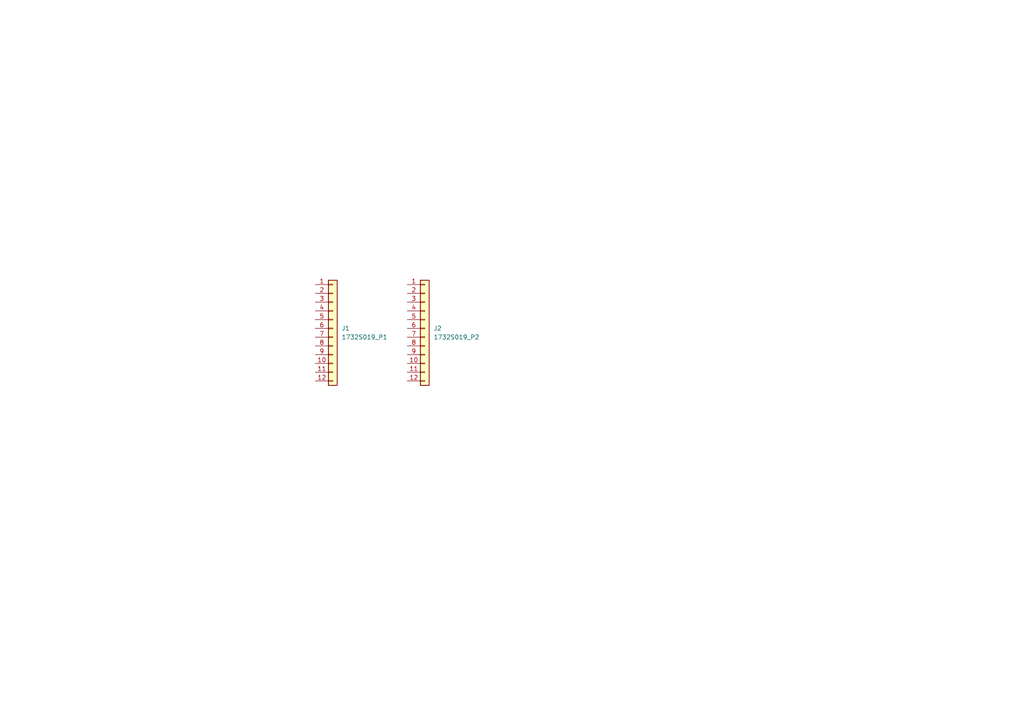
<source format=kicad_sch>
(kicad_sch
	(version 20231120)
	(generator "eeschema")
	(generator_version "8.0")
	(uuid "d54d3228-df76-4ef1-8281-e3fc48293a35")
	(paper "A4")
	(lib_symbols
		(symbol "New_Library:1732S019_P1"
			(pin_names
				(offset 1.016) hide)
			(exclude_from_sim no)
			(in_bom yes)
			(on_board yes)
			(property "Reference" "J"
				(at 0 15.24 0)
				(effects
					(font
						(size 1.27 1.27)
					)
				)
			)
			(property "Value" "1732S019_P1"
				(at 0 -17.78 0)
				(effects
					(font
						(size 1.27 1.27)
					)
				)
			)
			(property "Footprint" "Connector_PinHeader_2.54mm:PinHeader_1x12_P2.54mm_Vertical"
				(at 0 0 0)
				(effects
					(font
						(size 1.27 1.27)
					)
					(hide yes)
				)
			)
			(property "Datasheet" "~"
				(at 0 0 0)
				(effects
					(font
						(size 1.27 1.27)
					)
					(hide yes)
				)
			)
			(property "Description" "Generic connector, single row, 01x12, script generated (kicad-library-utils/schlib/autogen/connector/)"
				(at 0 0 0)
				(effects
					(font
						(size 1.27 1.27)
					)
					(hide yes)
				)
			)
			(property "ki_keywords" "connector"
				(at 0 0 0)
				(effects
					(font
						(size 1.27 1.27)
					)
					(hide yes)
				)
			)
			(property "ki_fp_filters" "Connector*:*_1x??_*"
				(at 0 0 0)
				(effects
					(font
						(size 1.27 1.27)
					)
					(hide yes)
				)
			)
			(symbol "1732S019_P1_1_1"
				(rectangle
					(start -1.27 -15.113)
					(end 0 -15.367)
					(stroke
						(width 0.1524)
						(type default)
					)
					(fill
						(type none)
					)
				)
				(rectangle
					(start -1.27 -12.573)
					(end 0 -12.827)
					(stroke
						(width 0.1524)
						(type default)
					)
					(fill
						(type none)
					)
				)
				(rectangle
					(start -1.27 -10.033)
					(end 0 -10.287)
					(stroke
						(width 0.1524)
						(type default)
					)
					(fill
						(type none)
					)
				)
				(rectangle
					(start -1.27 -7.493)
					(end 0 -7.747)
					(stroke
						(width 0.1524)
						(type default)
					)
					(fill
						(type none)
					)
				)
				(rectangle
					(start -1.27 -4.953)
					(end 0 -5.207)
					(stroke
						(width 0.1524)
						(type default)
					)
					(fill
						(type none)
					)
				)
				(rectangle
					(start -1.27 -2.413)
					(end 0 -2.667)
					(stroke
						(width 0.1524)
						(type default)
					)
					(fill
						(type none)
					)
				)
				(rectangle
					(start -1.27 0.127)
					(end 0 -0.127)
					(stroke
						(width 0.1524)
						(type default)
					)
					(fill
						(type none)
					)
				)
				(rectangle
					(start -1.27 2.667)
					(end 0 2.413)
					(stroke
						(width 0.1524)
						(type default)
					)
					(fill
						(type none)
					)
				)
				(rectangle
					(start -1.27 5.207)
					(end 0 4.953)
					(stroke
						(width 0.1524)
						(type default)
					)
					(fill
						(type none)
					)
				)
				(rectangle
					(start -1.27 7.747)
					(end 0 7.493)
					(stroke
						(width 0.1524)
						(type default)
					)
					(fill
						(type none)
					)
				)
				(rectangle
					(start -1.27 10.287)
					(end 0 10.033)
					(stroke
						(width 0.1524)
						(type default)
					)
					(fill
						(type none)
					)
				)
				(rectangle
					(start -1.27 12.827)
					(end 0 12.573)
					(stroke
						(width 0.1524)
						(type default)
					)
					(fill
						(type none)
					)
				)
				(rectangle
					(start -1.27 13.97)
					(end 1.27 -16.51)
					(stroke
						(width 0.254)
						(type default)
					)
					(fill
						(type background)
					)
				)
				(pin passive line
					(at -5.08 12.7 0)
					(length 3.81)
					(name "IO20"
						(effects
							(font
								(size 1.27 1.27)
							)
						)
					)
					(number "1"
						(effects
							(font
								(size 1.27 1.27)
							)
						)
					)
				)
				(pin passive line
					(at -5.08 -10.16 0)
					(length 3.81)
					(name "IO4"
						(effects
							(font
								(size 1.27 1.27)
							)
						)
					)
					(number "10"
						(effects
							(font
								(size 1.27 1.27)
							)
						)
					)
				)
				(pin passive line
					(at -5.08 -12.7 0)
					(length 3.81)
					(name "3V3"
						(effects
							(font
								(size 1.27 1.27)
							)
						)
					)
					(number "11"
						(effects
							(font
								(size 1.27 1.27)
							)
						)
					)
				)
				(pin passive line
					(at -5.08 -15.24 0)
					(length 3.81)
					(name "GND"
						(effects
							(font
								(size 1.27 1.27)
							)
						)
					)
					(number "12"
						(effects
							(font
								(size 1.27 1.27)
							)
						)
					)
				)
				(pin passive line
					(at -5.08 10.16 0)
					(length 3.81)
					(name "IO19"
						(effects
							(font
								(size 1.27 1.27)
							)
						)
					)
					(number "2"
						(effects
							(font
								(size 1.27 1.27)
							)
						)
					)
				)
				(pin passive line
					(at -5.08 7.62 0)
					(length 3.81)
					(name "IO18"
						(effects
							(font
								(size 1.27 1.27)
							)
						)
					)
					(number "3"
						(effects
							(font
								(size 1.27 1.27)
							)
						)
					)
				)
				(pin passive line
					(at -5.08 5.08 0)
					(length 3.81)
					(name "IO17"
						(effects
							(font
								(size 1.27 1.27)
							)
						)
					)
					(number "4"
						(effects
							(font
								(size 1.27 1.27)
							)
						)
					)
				)
				(pin passive line
					(at -5.08 2.54 0)
					(length 3.81)
					(name "IO16"
						(effects
							(font
								(size 1.27 1.27)
							)
						)
					)
					(number "5"
						(effects
							(font
								(size 1.27 1.27)
							)
						)
					)
				)
				(pin passive line
					(at -5.08 0 0)
					(length 3.81)
					(name "IO15"
						(effects
							(font
								(size 1.27 1.27)
							)
						)
					)
					(number "6"
						(effects
							(font
								(size 1.27 1.27)
							)
						)
					)
				)
				(pin passive line
					(at -5.08 -2.54 0)
					(length 3.81)
					(name "IO7"
						(effects
							(font
								(size 1.27 1.27)
							)
						)
					)
					(number "7"
						(effects
							(font
								(size 1.27 1.27)
							)
						)
					)
				)
				(pin passive line
					(at -5.08 -5.08 0)
					(length 3.81)
					(name "IO6"
						(effects
							(font
								(size 1.27 1.27)
							)
						)
					)
					(number "8"
						(effects
							(font
								(size 1.27 1.27)
							)
						)
					)
				)
				(pin passive line
					(at -5.08 -7.62 0)
					(length 3.81)
					(name "IO5"
						(effects
							(font
								(size 1.27 1.27)
							)
						)
					)
					(number "9"
						(effects
							(font
								(size 1.27 1.27)
							)
						)
					)
				)
			)
		)
		(symbol "New_Library:1732S019_P2"
			(pin_names
				(offset 1.016) hide)
			(exclude_from_sim no)
			(in_bom yes)
			(on_board yes)
			(property "Reference" "J"
				(at 0 15.24 0)
				(effects
					(font
						(size 1.27 1.27)
					)
				)
			)
			(property "Value" "1732S019_P2"
				(at 0 -17.78 0)
				(effects
					(font
						(size 1.27 1.27)
					)
				)
			)
			(property "Footprint" "Connector_PinHeader_2.54mm:PinHeader_1x12_P2.54mm_Vertical"
				(at 0 0 0)
				(effects
					(font
						(size 1.27 1.27)
					)
					(hide yes)
				)
			)
			(property "Datasheet" "~"
				(at 0 0 0)
				(effects
					(font
						(size 1.27 1.27)
					)
					(hide yes)
				)
			)
			(property "Description" "Generic connector, single row, 01x12, script generated (kicad-library-utils/schlib/autogen/connector/)"
				(at 0 0 0)
				(effects
					(font
						(size 1.27 1.27)
					)
					(hide yes)
				)
			)
			(property "ki_keywords" "connector"
				(at 0 0 0)
				(effects
					(font
						(size 1.27 1.27)
					)
					(hide yes)
				)
			)
			(property "ki_fp_filters" "Connector*:*_1x??_*"
				(at 0 0 0)
				(effects
					(font
						(size 1.27 1.27)
					)
					(hide yes)
				)
			)
			(symbol "1732S019_P2_1_1"
				(rectangle
					(start -1.27 -15.113)
					(end 0 -15.367)
					(stroke
						(width 0.1524)
						(type default)
					)
					(fill
						(type none)
					)
				)
				(rectangle
					(start -1.27 -12.573)
					(end 0 -12.827)
					(stroke
						(width 0.1524)
						(type default)
					)
					(fill
						(type none)
					)
				)
				(rectangle
					(start -1.27 -10.033)
					(end 0 -10.287)
					(stroke
						(width 0.1524)
						(type default)
					)
					(fill
						(type none)
					)
				)
				(rectangle
					(start -1.27 -7.493)
					(end 0 -7.747)
					(stroke
						(width 0.1524)
						(type default)
					)
					(fill
						(type none)
					)
				)
				(rectangle
					(start -1.27 -4.953)
					(end 0 -5.207)
					(stroke
						(width 0.1524)
						(type default)
					)
					(fill
						(type none)
					)
				)
				(rectangle
					(start -1.27 -2.413)
					(end 0 -2.667)
					(stroke
						(width 0.1524)
						(type default)
					)
					(fill
						(type none)
					)
				)
				(rectangle
					(start -1.27 0.127)
					(end 0 -0.127)
					(stroke
						(width 0.1524)
						(type default)
					)
					(fill
						(type none)
					)
				)
				(rectangle
					(start -1.27 2.667)
					(end 0 2.413)
					(stroke
						(width 0.1524)
						(type default)
					)
					(fill
						(type none)
					)
				)
				(rectangle
					(start -1.27 5.207)
					(end 0 4.953)
					(stroke
						(width 0.1524)
						(type default)
					)
					(fill
						(type none)
					)
				)
				(rectangle
					(start -1.27 7.747)
					(end 0 7.493)
					(stroke
						(width 0.1524)
						(type default)
					)
					(fill
						(type none)
					)
				)
				(rectangle
					(start -1.27 10.287)
					(end 0 10.033)
					(stroke
						(width 0.1524)
						(type default)
					)
					(fill
						(type none)
					)
				)
				(rectangle
					(start -1.27 12.827)
					(end 0 12.573)
					(stroke
						(width 0.1524)
						(type default)
					)
					(fill
						(type none)
					)
				)
				(rectangle
					(start -1.27 13.97)
					(end 1.27 -16.51)
					(stroke
						(width 0.254)
						(type default)
					)
					(fill
						(type background)
					)
				)
				(pin passive line
					(at -5.08 12.7 0)
					(length 3.81)
					(name "5V"
						(effects
							(font
								(size 1.27 1.27)
							)
						)
					)
					(number "1"
						(effects
							(font
								(size 1.27 1.27)
							)
						)
					)
				)
				(pin passive line
					(at -5.08 -10.16 0)
					(length 3.81)
					(name "IO41"
						(effects
							(font
								(size 1.27 1.27)
							)
						)
					)
					(number "10"
						(effects
							(font
								(size 1.27 1.27)
							)
						)
					)
				)
				(pin passive line
					(at -5.08 -12.7 0)
					(length 3.81)
					(name "IO42"
						(effects
							(font
								(size 1.27 1.27)
							)
						)
					)
					(number "11"
						(effects
							(font
								(size 1.27 1.27)
							)
						)
					)
				)
				(pin passive line
					(at -5.08 -15.24 0)
					(length 3.81)
					(name "IO2"
						(effects
							(font
								(size 1.27 1.27)
							)
						)
					)
					(number "12"
						(effects
							(font
								(size 1.27 1.27)
							)
						)
					)
				)
				(pin passive line
					(at -5.08 10.16 0)
					(length 3.81)
					(name "GND"
						(effects
							(font
								(size 1.27 1.27)
							)
						)
					)
					(number "2"
						(effects
							(font
								(size 1.27 1.27)
							)
						)
					)
				)
				(pin passive line
					(at -5.08 7.62 0)
					(length 3.81)
					(name "IO21"
						(effects
							(font
								(size 1.27 1.27)
							)
						)
					)
					(number "3"
						(effects
							(font
								(size 1.27 1.27)
							)
						)
					)
				)
				(pin passive line
					(at -5.08 5.08 0)
					(length 3.81)
					(name "IO47"
						(effects
							(font
								(size 1.27 1.27)
							)
						)
					)
					(number "4"
						(effects
							(font
								(size 1.27 1.27)
							)
						)
					)
				)
				(pin passive line
					(at -5.08 2.54 0)
					(length 3.81)
					(name "IO48"
						(effects
							(font
								(size 1.27 1.27)
							)
						)
					)
					(number "5"
						(effects
							(font
								(size 1.27 1.27)
							)
						)
					)
				)
				(pin passive line
					(at -5.08 0 0)
					(length 3.81)
					(name "IO45"
						(effects
							(font
								(size 1.27 1.27)
							)
						)
					)
					(number "6"
						(effects
							(font
								(size 1.27 1.27)
							)
						)
					)
				)
				(pin passive line
					(at -5.08 -2.54 0)
					(length 3.81)
					(name "IO38"
						(effects
							(font
								(size 1.27 1.27)
							)
						)
					)
					(number "7"
						(effects
							(font
								(size 1.27 1.27)
							)
						)
					)
				)
				(pin passive line
					(at -5.08 -5.08 0)
					(length 3.81)
					(name "IO39"
						(effects
							(font
								(size 1.27 1.27)
							)
						)
					)
					(number "8"
						(effects
							(font
								(size 1.27 1.27)
							)
						)
					)
				)
				(pin passive line
					(at -5.08 -7.62 0)
					(length 3.81)
					(name "IO40"
						(effects
							(font
								(size 1.27 1.27)
							)
						)
					)
					(number "9"
						(effects
							(font
								(size 1.27 1.27)
							)
						)
					)
				)
			)
		)
	)
	(symbol
		(lib_id "New_Library:1732S019_P2")
		(at 123.19 95.25 0)
		(unit 1)
		(exclude_from_sim no)
		(in_bom yes)
		(on_board yes)
		(dnp no)
		(fields_autoplaced yes)
		(uuid "35f0c778-f4d0-42e1-ba6a-863c5b5e375a")
		(property "Reference" "J2"
			(at 125.73 95.2499 0)
			(effects
				(font
					(size 1.27 1.27)
				)
				(justify left)
			)
		)
		(property "Value" "1732S019_P2"
			(at 125.73 97.7899 0)
			(effects
				(font
					(size 1.27 1.27)
				)
				(justify left)
			)
		)
		(property "Footprint" "Connector_PinHeader_2.54mm:PinHeader_1x12_P2.54mm_Vertical"
			(at 123.19 95.25 0)
			(effects
				(font
					(size 1.27 1.27)
				)
				(hide yes)
			)
		)
		(property "Datasheet" "~"
			(at 123.19 95.25 0)
			(effects
				(font
					(size 1.27 1.27)
				)
				(hide yes)
			)
		)
		(property "Description" "Generic connector, single row, 01x12, script generated (kicad-library-utils/schlib/autogen/connector/)"
			(at 123.19 95.25 0)
			(effects
				(font
					(size 1.27 1.27)
				)
				(hide yes)
			)
		)
		(pin "1"
			(uuid "e770902f-42d8-4615-b036-a34abd244c16")
		)
		(pin "2"
			(uuid "9f008fe6-b17c-4f3d-9a5a-81cfbd6d3dc9")
		)
		(pin "4"
			(uuid "3462f13c-7f00-4077-8527-01be4bd39a73")
		)
		(pin "5"
			(uuid "0860916f-08c8-4b94-ad22-fb19d4e2cbb2")
		)
		(pin "12"
			(uuid "98059450-50b2-4c28-b067-8bbceebd5903")
		)
		(pin "6"
			(uuid "c38bb78e-eb24-4d03-92bd-c2a3f9314bbd")
		)
		(pin "7"
			(uuid "b204ab86-98db-4ad9-918d-653759e267fa")
		)
		(pin "3"
			(uuid "f7be7f05-786c-490c-899b-21e9eb5074ec")
		)
		(pin "11"
			(uuid "57648185-d34d-4676-afcd-dd728397d877")
		)
		(pin "10"
			(uuid "d1050c7a-cddc-4f69-8f7b-dc06417e6246")
		)
		(pin "8"
			(uuid "c6975265-2a77-4447-8f6f-05ffd971af90")
		)
		(pin "9"
			(uuid "2a1f5ad4-ab1e-45c9-ba0d-71d0106434a6")
		)
		(instances
			(project ""
				(path "/d54d3228-df76-4ef1-8281-e3fc48293a35"
					(reference "J2")
					(unit 1)
				)
			)
		)
	)
	(symbol
		(lib_id "New_Library:1732S019_P1")
		(at 96.52 95.25 0)
		(unit 1)
		(exclude_from_sim no)
		(in_bom yes)
		(on_board yes)
		(dnp no)
		(fields_autoplaced yes)
		(uuid "d59c288b-07c9-4de2-8e0d-4ccc06d1b0fa")
		(property "Reference" "J1"
			(at 99.06 95.2499 0)
			(effects
				(font
					(size 1.27 1.27)
				)
				(justify left)
			)
		)
		(property "Value" "1732S019_P1"
			(at 99.06 97.7899 0)
			(effects
				(font
					(size 1.27 1.27)
				)
				(justify left)
			)
		)
		(property "Footprint" "Connector_PinHeader_2.54mm:PinHeader_1x12_P2.54mm_Vertical"
			(at 96.52 95.25 0)
			(effects
				(font
					(size 1.27 1.27)
				)
				(hide yes)
			)
		)
		(property "Datasheet" "~"
			(at 96.52 95.25 0)
			(effects
				(font
					(size 1.27 1.27)
				)
				(hide yes)
			)
		)
		(property "Description" "Generic connector, single row, 01x12, script generated (kicad-library-utils/schlib/autogen/connector/)"
			(at 96.52 95.25 0)
			(effects
				(font
					(size 1.27 1.27)
				)
				(hide yes)
			)
		)
		(pin "9"
			(uuid "a14c89ac-58d6-4d49-bd32-48a674ecf830")
		)
		(pin "4"
			(uuid "1a55cf6a-713f-4da0-987a-749ae9ed44a6")
		)
		(pin "6"
			(uuid "57cc72b1-5992-4ead-b43f-45eae934a995")
		)
		(pin "7"
			(uuid "106a10db-310e-4f1f-a6b8-15f3ad673063")
		)
		(pin "5"
			(uuid "e50372bf-fbed-4050-b1a8-8b9238cdce8c")
		)
		(pin "12"
			(uuid "a25874bd-53c6-4776-8492-177a24434538")
		)
		(pin "10"
			(uuid "4b429ed4-a0ce-4ba6-89ef-6b1c307c0a8f")
		)
		(pin "2"
			(uuid "2e7f14f3-b773-457f-a40f-126d6e2bc5a8")
		)
		(pin "11"
			(uuid "71af1819-c2b4-4143-ae48-f800528794eb")
		)
		(pin "1"
			(uuid "86c3e858-8f83-4252-9fd1-56a514a3f80f")
		)
		(pin "3"
			(uuid "867f3086-a3d8-42e8-b555-c84188ead6e1")
		)
		(pin "8"
			(uuid "fc113cbd-2c44-4367-aae9-f7090b6caa4b")
		)
		(instances
			(project ""
				(path "/d54d3228-df76-4ef1-8281-e3fc48293a35"
					(reference "J1")
					(unit 1)
				)
			)
		)
	)
	(sheet_instances
		(path "/"
			(page "1")
		)
	)
)

</source>
